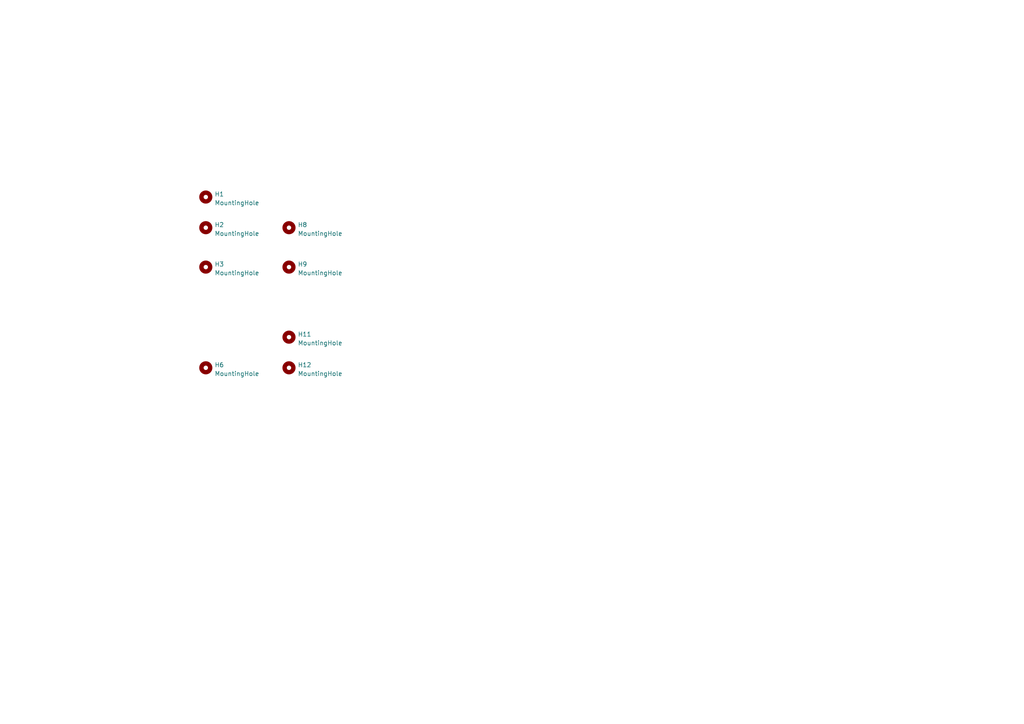
<source format=kicad_sch>
(kicad_sch (version 20211123) (generator eeschema)

  (uuid a19154a9-6561-4c4f-af43-4aa1d9d4278f)

  (paper "A4")

  (lib_symbols
    (symbol "Mechanical:MountingHole" (pin_names (offset 1.016)) (in_bom yes) (on_board yes)
      (property "Reference" "H" (id 0) (at 0 5.08 0)
        (effects (font (size 1.27 1.27)))
      )
      (property "Value" "MountingHole" (id 1) (at 0 3.175 0)
        (effects (font (size 1.27 1.27)))
      )
      (property "Footprint" "" (id 2) (at 0 0 0)
        (effects (font (size 1.27 1.27)) hide)
      )
      (property "Datasheet" "~" (id 3) (at 0 0 0)
        (effects (font (size 1.27 1.27)) hide)
      )
      (property "ki_keywords" "mounting hole" (id 4) (at 0 0 0)
        (effects (font (size 1.27 1.27)) hide)
      )
      (property "ki_description" "Mounting Hole without connection" (id 5) (at 0 0 0)
        (effects (font (size 1.27 1.27)) hide)
      )
      (property "ki_fp_filters" "MountingHole*" (id 6) (at 0 0 0)
        (effects (font (size 1.27 1.27)) hide)
      )
      (symbol "MountingHole_0_1"
        (circle (center 0 0) (radius 1.27)
          (stroke (width 1.27) (type default) (color 0 0 0 0))
          (fill (type none))
        )
      )
    )
  )


  (symbol (lib_id "Mechanical:MountingHole") (at 83.82 97.79 0) (unit 1)
    (in_bom yes) (on_board yes) (fields_autoplaced)
    (uuid 030c2e01-6a99-4839-854f-35aa6f2d55f4)
    (property "Reference" "H11" (id 0) (at 86.36 96.9553 0)
      (effects (font (size 1.27 1.27)) (justify left))
    )
    (property "Value" "MountingHole" (id 1) (at 86.36 99.4922 0)
      (effects (font (size 1.27 1.27)) (justify left))
    )
    (property "Footprint" "MountingHole:MountingHole_2.7mm_M2.5" (id 2) (at 83.82 97.79 0)
      (effects (font (size 1.27 1.27)) hide)
    )
    (property "Datasheet" "~" (id 3) (at 83.82 97.79 0)
      (effects (font (size 1.27 1.27)) hide)
    )
  )

  (symbol (lib_id "Mechanical:MountingHole") (at 59.69 66.04 0) (unit 1)
    (in_bom yes) (on_board yes) (fields_autoplaced)
    (uuid 32fab20a-471e-41c3-8028-5be86703ae3d)
    (property "Reference" "H2" (id 0) (at 62.23 65.2053 0)
      (effects (font (size 1.27 1.27)) (justify left))
    )
    (property "Value" "MountingHole" (id 1) (at 62.23 67.7422 0)
      (effects (font (size 1.27 1.27)) (justify left))
    )
    (property "Footprint" "MountingHole:MountingHole_2.7mm_M2.5" (id 2) (at 59.69 66.04 0)
      (effects (font (size 1.27 1.27)) hide)
    )
    (property "Datasheet" "~" (id 3) (at 59.69 66.04 0)
      (effects (font (size 1.27 1.27)) hide)
    )
  )

  (symbol (lib_id "Mechanical:MountingHole") (at 59.69 77.47 0) (unit 1)
    (in_bom yes) (on_board yes) (fields_autoplaced)
    (uuid 4624ecf3-f748-4146-855d-916bcae0c8fd)
    (property "Reference" "H3" (id 0) (at 62.23 76.6353 0)
      (effects (font (size 1.27 1.27)) (justify left))
    )
    (property "Value" "MountingHole" (id 1) (at 62.23 79.1722 0)
      (effects (font (size 1.27 1.27)) (justify left))
    )
    (property "Footprint" "MountingHole:MountingHole_2.7mm_M2.5" (id 2) (at 59.69 77.47 0)
      (effects (font (size 1.27 1.27)) hide)
    )
    (property "Datasheet" "~" (id 3) (at 59.69 77.47 0)
      (effects (font (size 1.27 1.27)) hide)
    )
  )

  (symbol (lib_id "Mechanical:MountingHole") (at 59.69 57.15 0) (unit 1)
    (in_bom yes) (on_board yes) (fields_autoplaced)
    (uuid 4c1ab5af-0703-4bff-9965-78f0a62b9de1)
    (property "Reference" "H1" (id 0) (at 62.23 56.3153 0)
      (effects (font (size 1.27 1.27)) (justify left))
    )
    (property "Value" "MountingHole" (id 1) (at 62.23 58.8522 0)
      (effects (font (size 1.27 1.27)) (justify left))
    )
    (property "Footprint" "MountingHole:MountingHole_2.7mm_M2.5" (id 2) (at 59.69 57.15 0)
      (effects (font (size 1.27 1.27)) hide)
    )
    (property "Datasheet" "~" (id 3) (at 59.69 57.15 0)
      (effects (font (size 1.27 1.27)) hide)
    )
  )

  (symbol (lib_id "Mechanical:MountingHole") (at 83.82 77.47 0) (unit 1)
    (in_bom yes) (on_board yes) (fields_autoplaced)
    (uuid 9f7922f7-eea0-4f47-86a9-fd084fb8a877)
    (property "Reference" "H9" (id 0) (at 86.36 76.6353 0)
      (effects (font (size 1.27 1.27)) (justify left))
    )
    (property "Value" "MountingHole" (id 1) (at 86.36 79.1722 0)
      (effects (font (size 1.27 1.27)) (justify left))
    )
    (property "Footprint" "MountingHole:MountingHole_2.7mm_M2.5" (id 2) (at 83.82 77.47 0)
      (effects (font (size 1.27 1.27)) hide)
    )
    (property "Datasheet" "~" (id 3) (at 83.82 77.47 0)
      (effects (font (size 1.27 1.27)) hide)
    )
  )

  (symbol (lib_id "Mechanical:MountingHole") (at 83.82 66.04 0) (unit 1)
    (in_bom yes) (on_board yes) (fields_autoplaced)
    (uuid c2521379-41ac-46c2-8c9c-14eba919a675)
    (property "Reference" "H8" (id 0) (at 86.36 65.2053 0)
      (effects (font (size 1.27 1.27)) (justify left))
    )
    (property "Value" "MountingHole" (id 1) (at 86.36 67.7422 0)
      (effects (font (size 1.27 1.27)) (justify left))
    )
    (property "Footprint" "MountingHole:MountingHole_2.7mm_M2.5" (id 2) (at 83.82 66.04 0)
      (effects (font (size 1.27 1.27)) hide)
    )
    (property "Datasheet" "~" (id 3) (at 83.82 66.04 0)
      (effects (font (size 1.27 1.27)) hide)
    )
  )

  (symbol (lib_id "Mechanical:MountingHole") (at 59.69 106.68 0) (unit 1)
    (in_bom yes) (on_board yes) (fields_autoplaced)
    (uuid d7cfebf2-461f-4954-8e47-c73fdd42a163)
    (property "Reference" "H6" (id 0) (at 62.23 105.8453 0)
      (effects (font (size 1.27 1.27)) (justify left))
    )
    (property "Value" "MountingHole" (id 1) (at 62.23 108.3822 0)
      (effects (font (size 1.27 1.27)) (justify left))
    )
    (property "Footprint" "MountingHole:MountingHole_2.7mm_M2.5" (id 2) (at 59.69 106.68 0)
      (effects (font (size 1.27 1.27)) hide)
    )
    (property "Datasheet" "~" (id 3) (at 59.69 106.68 0)
      (effects (font (size 1.27 1.27)) hide)
    )
  )

  (symbol (lib_id "Mechanical:MountingHole") (at 83.82 106.68 0) (unit 1)
    (in_bom yes) (on_board yes) (fields_autoplaced)
    (uuid e4a3f5c7-cbee-4b83-89c5-a636d9ddbba9)
    (property "Reference" "H12" (id 0) (at 86.36 105.8453 0)
      (effects (font (size 1.27 1.27)) (justify left))
    )
    (property "Value" "MountingHole" (id 1) (at 86.36 108.3822 0)
      (effects (font (size 1.27 1.27)) (justify left))
    )
    (property "Footprint" "MountingHole:MountingHole_2.7mm_M2.5" (id 2) (at 83.82 106.68 0)
      (effects (font (size 1.27 1.27)) hide)
    )
    (property "Datasheet" "~" (id 3) (at 83.82 106.68 0)
      (effects (font (size 1.27 1.27)) hide)
    )
  )

  (sheet_instances
    (path "/" (page "1"))
  )

  (symbol_instances
    (path "/4c1ab5af-0703-4bff-9965-78f0a62b9de1"
      (reference "H1") (unit 1) (value "MountingHole") (footprint "MountingHole:MountingHole_2.7mm_M2.5")
    )
    (path "/32fab20a-471e-41c3-8028-5be86703ae3d"
      (reference "H2") (unit 1) (value "MountingHole") (footprint "MountingHole:MountingHole_2.7mm_M2.5")
    )
    (path "/4624ecf3-f748-4146-855d-916bcae0c8fd"
      (reference "H3") (unit 1) (value "MountingHole") (footprint "MountingHole:MountingHole_2.7mm_M2.5")
    )
    (path "/d7cfebf2-461f-4954-8e47-c73fdd42a163"
      (reference "H6") (unit 1) (value "MountingHole") (footprint "MountingHole:MountingHole_2.7mm_M2.5")
    )
    (path "/c2521379-41ac-46c2-8c9c-14eba919a675"
      (reference "H8") (unit 1) (value "MountingHole") (footprint "MountingHole:MountingHole_2.7mm_M2.5")
    )
    (path "/9f7922f7-eea0-4f47-86a9-fd084fb8a877"
      (reference "H9") (unit 1) (value "MountingHole") (footprint "MountingHole:MountingHole_2.7mm_M2.5")
    )
    (path "/030c2e01-6a99-4839-854f-35aa6f2d55f4"
      (reference "H11") (unit 1) (value "MountingHole") (footprint "MountingHole:MountingHole_2.7mm_M2.5")
    )
    (path "/e4a3f5c7-cbee-4b83-89c5-a636d9ddbba9"
      (reference "H12") (unit 1) (value "MountingHole") (footprint "MountingHole:MountingHole_2.7mm_M2.5")
    )
  )
)

</source>
